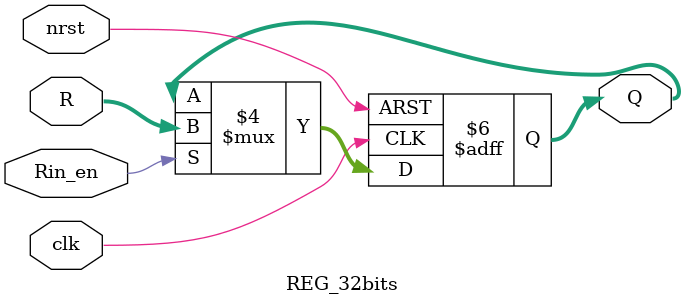
<source format=sv>
/*
==================================================================================================
		 ____            _____ _ _      
		|  _ \ ___  __ _|  ___(_) | ___ 
		| |_) / _ \/ _` | |_  | | |/ _ \
		|  _ <  __/ (_| |  _| | | |  __/
		|_| \_\___|\__, |_|   |_|_|\___|
					  |___/                
==================================================================================================
*/
module regfile 
(
	input i_clk, 
	input i_rst_n,
	input [4:0] i_rs1_addr, 
	input [4:0] i_rs2_addr, 
	input [4:0] i_rd_addr,		
	input [31:0] i_rd_data,								
	input i_rd_wren,	
	
	output [31:0] o_rs1_data,
	output [31:0] o_rs2_data		
);




	logic [31:0] 	R0,  R1,  R2,  R3,  R4,  R5,  R6,  R7,
						R8,  R9,  R10, R11, R12, R13, R14, R15,
						R16, R17, R18, R19, R20, R21, R22, R23,
						R24, R25, R26, R27, R28, R29, R30, R31;
	logic [31:1] WE;
	logic [31:0] decoder_output;

	// Select which REGISTER is taked value
	logic [31:0] REG1, REG2, REG_S;

	// Decode to know which REGISTER is selected
	DECODER_5_to_32 DECODER_5_to_32_REG1 (i_rs1_addr, REG1);
	DECODER_5_to_32 DECODER_5_to_32_REG2 (i_rs2_addr, REG2);

	DECODER_5_to_32 DECODER_5_to_32_REGD (i_rd_addr, decoder_output);
												
	// Register ARRAY 0 to 31
	// Specially, R0 == 0 <=> ZeroREG				 
	assign R0 = 32'b0;			
	assign REG_S = decoder_output & ~32'b1;  			// Always disable R0 selection

	assign WE[31:1] = REG_S[31:1] & {31{i_rd_wren}};		// Write enable for writen REGISTER
	
//									  R   			   Rin_en  		   i_clk  			i_nrst    			Q	
REG_32bits	REG_32bits_R1  (.R(i_rd_data), .Rin_en(WE[1]), .i_clk(i_clk), .i_nrst(i_rst_n), .Q(R1));
REG_32bits	REG_32bits_R2  (.R(i_rd_data), .Rin_en(WE[2]), .i_clk(i_clk), .i_nrst(i_rst_n), .Q(R2));
REG_32bits 	REG_32bits_R3  (.R(i_rd_data), .Rin_en(WE[3]), .i_clk(i_clk), .i_nrst(i_rst_n), .Q(R3));
REG_32bits 	REG_32bits_R4  (.R(i_rd_data), .Rin_en(WE[4]), .i_clk(i_clk), .i_nrst(i_rst_n), .Q(R4));
REG_32bits 	REG_32bits_R5  (.R(i_rd_data), .Rin_en(WE[5]), .i_clk(i_clk), .i_nrst(i_rst_n), .Q(R5));
REG_32bits 	REG_32bits_R6  (.R(i_rd_data), .Rin_en(WE[6]), .i_clk(i_clk), .i_nrst(i_rst_n), .Q(R6));
REG_32bits	REG_32bits_R7  (.R(i_rd_data), .Rin_en(WE[7]), .i_clk(i_clk), .i_nrst(i_rst_n), .Q(R7));
REG_32bits 	REG_32bits_R8  (.R(i_rd_data), .Rin_en(WE[8]), .i_clk(i_clk), .i_nrst(i_rst_n), .Q(R8));
REG_32bits 	REG_32bits_R9  (.R(i_rd_data), .Rin_en(WE[9]), .i_clk(i_clk), .i_nrst(i_rst_n), .Q(R9));
REG_32bits 	REG_32bits_R10 (.R(i_rd_data), .Rin_en(WE[10]),.i_clk(i_clk), .i_nrst(i_rst_n), .Q(R10));
REG_32bits 	REG_32bits_R11 (.R(i_rd_data), .Rin_en(WE[11]),.i_clk(i_clk), .i_nrst(i_rst_n), .Q(R11));
REG_32bits 	REG_32bits_R12 (.R(i_rd_data), .Rin_en(WE[12]),.i_clk(i_clk), .i_nrst(i_rst_n), .Q(R12));
REG_32bits 	REG_32bits_R13 (.R(i_rd_data), .Rin_en(WE[13]),.i_clk(i_clk), .i_nrst(i_rst_n), .Q(R13));
REG_32bits 	REG_32bits_R14 (.R(i_rd_data), .Rin_en(WE[14]),.i_clk(i_clk), .i_nrst(i_rst_n), .Q(R14));
REG_32bits 	REG_32bits_R15 (.R(i_rd_data), .Rin_en(WE[15]),.i_clk(i_clk), .i_nrst(i_rst_n), .Q(R15));
REG_32bits 	REG_32bits_R16 (.R(i_rd_data), .Rin_en(WE[16]),.i_clk(i_clk), .i_nrst(i_rst_n), .Q(R16));
REG_32bits 	REG_32bits_R17 (.R(i_rd_data), .Rin_en(WE[17]),.i_clk(i_clk), .i_nrst(i_rst_n), .Q(R17));
REG_32bits 	REG_32bits_R18 (.R(i_rd_data), .Rin_en(WE[18]),.i_clk(i_clk), .i_nrst(i_rst_n), .Q(R18));
REG_32bits 	REG_32bits_R19 (.R(i_rd_data), .Rin_en(WE[19]),.i_clk(i_clk), .i_nrst(i_rst_n), .Q(R19));
REG_32bits 	REG_32bits_R20 (.R(i_rd_data), .Rin_en(WE[20]),.i_clk(i_clk), .i_nrst(i_rst_n), .Q(R20));
REG_32bits 	REG_32bits_R21 (.R(i_rd_data), .Rin_en(WE[21]),.i_clk(i_clk), .i_nrst(i_rst_n), .Q(R21));
REG_32bits 	REG_32bits_R22 (.R(i_rd_data), .Rin_en(WE[22]),.i_clk(i_clk), .i_nrst(i_rst_n), .Q(R22));
REG_32bits 	REG_32bits_R23 (.R(i_rd_data), .Rin_en(WE[23]),.i_clk(i_clk), .i_nrst(i_rst_n), .Q(R23));
REG_32bits 	REG_32bits_R24 (.R(i_rd_data), .Rin_en(WE[24]),.i_clk(i_clk), .i_nrst(i_rst_n), .Q(R24));
REG_32bits 	REG_32bits_R25 (.R(i_rd_data), .Rin_en(WE[25]),.i_clk(i_clk), .i_nrst(i_rst_n), .Q(R25));
REG_32bits 	REG_32bits_R26 (.R(i_rd_data), .Rin_en(WE[26]),.i_clk(i_clk), .i_nrst(i_rst_n), .Q(R26));
REG_32bits 	REG_32bits_R27 (.R(i_rd_data), .Rin_en(WE[27]),.i_clk(i_clk), .i_nrst(i_rst_n), .Q(R27));
REG_32bits 	REG_32bits_R28 (.R(i_rd_data), .Rin_en(WE[28]),.i_clk(i_clk), .i_nrst(i_rst_n), .Q(R28));
REG_32bits 	REG_32bits_R29 (.R(i_rd_data), .Rin_en(WE[29]),.i_clk(i_clk), .i_nrst(i_rst_n), .Q(R29));
REG_32bits 	REG_32bits_R30 (.R(i_rd_data), .Rin_en(WE[30]),.i_clk(i_clk), .i_nrst(i_rst_n), .Q(R30));
REG_32bits 	REG_32bits_R31 (.R(i_rd_data), .Rin_en(WE[31]),.i_clk(i_clk), .i_nrst(i_rst_n), .Q(R31));



// Get data from selected REGISTER
MULT_32X1 MULT_32X1_REG1 (REG1, 	R0,  R1,  R2,  R3,  R4,  R5,  R6,  R7,
											R8,  R9,  R10, R11, R12, R13, R14, R15,
											R16, R17, R18, R19, R20, R21, R22, R23,
											R24, R25, R26, R27, R28, R29, R30, R31, o_rs1_data);
											
MULT_32X1 MULT_32X1_REG2 (REG2, 	R0,  R1,  R2,  R3,  R4,  R5,  R6,  R7,
											R8,  R9,  R10, R11, R12, R13, R14, R15,
											R16, R17, R18, R19, R20, R21, R22, R23,
											R24, R25, R26, R27, R28, R29, R30, R31, o_rs2_data);


endmodule 

//--------------------------------DECODER 5 to 32------------------------------------

module DECODER_5_to_32 (
    input  [4:0] A,  // 5-bit input
    output [31:0] Y  // 32-bit output
); 

    // Inverted signals
    wire A0_n, A1_n, A2_n, A3_n, A4_n;

    not (A0_n, A[0]);
    not (A1_n, A[1]);
    not (A2_n, A[2]);
    not (A3_n, A[3]);
    not (A4_n, A[4]);

    // Each output bit is a 5-input AND gate
    and (Y[0],  A4_n, A3_n, A2_n, A1_n, A0_n);
    and (Y[1],  A4_n, A3_n, A2_n, A1_n, A[0]);
    and (Y[2],  A4_n, A3_n, A2_n, A[1], A0_n);
    and (Y[3],  A4_n, A3_n, A2_n, A[1], A[0]);
    and (Y[4],  A4_n, A3_n, A[2], A1_n, A0_n);
    and (Y[5],  A4_n, A3_n, A[2], A1_n, A[0]);
    and (Y[6],  A4_n, A3_n, A[2], A[1], A0_n);
    and (Y[7],  A4_n, A3_n, A[2], A[1], A[0]);
    and (Y[8],  A4_n, A[3], A2_n, A1_n, A0_n);
    and (Y[9],  A4_n, A[3], A2_n, A1_n, A[0]);
    and (Y[10], A4_n, A[3], A2_n, A[1], A0_n);
    and (Y[11], A4_n, A[3], A2_n, A[1], A[0]);
    and (Y[12], A4_n, A[3], A[2], A1_n, A0_n);
    and (Y[13], A4_n, A[3], A[2], A1_n, A[0]);
    and (Y[14], A4_n, A[3], A[2], A[1], A0_n);
    and (Y[15], A4_n, A[3], A[2], A[1], A[0]);
    and (Y[16], A[4], A3_n, A2_n, A1_n, A0_n);
    and (Y[17], A[4], A3_n, A2_n, A1_n, A[0]);
    and (Y[18], A[4], A3_n, A2_n, A[1], A0_n);
    and (Y[19], A[4], A3_n, A2_n, A[1], A[0]);
    and (Y[20], A[4], A3_n, A[2], A1_n, A0_n);
    and (Y[21], A[4], A3_n, A[2], A1_n, A[0]);
    and (Y[22], A[4], A3_n, A[2], A[1], A0_n);
    and (Y[23], A[4], A3_n, A[2], A[1], A[0]);
    and (Y[24], A[4], A[3], A2_n, A1_n, A0_n);
    and (Y[25], A[4], A[3], A2_n, A1_n, A[0]);
    and (Y[26], A[4], A[3], A2_n, A[1], A0_n);
    and (Y[27], A[4], A[3], A2_n, A[1], A[0]);
    and (Y[28], A[4], A[3], A[2], A1_n, A0_n);
    and (Y[29], A[4], A[3], A[2], A1_n, A[0]);
    and (Y[30], A[4], A[3], A[2], A[1], A0_n);
    and (Y[31], A[4], A[3], A[2], A[1], A[0]);

endmodule  

//--------------------------------Multiplexer------------------------------------

module MULT_32X1 
(
input [31:0] sel,
input [31:0] R0,  R1,  R2,  R3,  R4,  R5,  R6,  R7,
             R8,  R9,  R10, R11, R12, R13, R14, R15,
             R16, R17, R18, R19, R20, R21, R22, R23,
             R24, R25, R26, R27, R28, R29, R30, R31,
output [31:0] bus		// Value of Register  	
);

// Declare masked wires
logic [31:0] masked_R0,  masked_R1,  masked_R2,  masked_R3;
logic [31:0] masked_R4,  masked_R5,  masked_R6,  masked_R7;
logic [31:0] masked_R8,  masked_R9,  masked_R10, masked_R11;
logic [31:0] masked_R12, masked_R13, masked_R14, masked_R15;
logic [31:0] masked_R16, masked_R17, masked_R18, masked_R19;
logic [31:0] masked_R20, masked_R21, masked_R22, masked_R23;
logic [31:0] masked_R24, masked_R25, masked_R26, masked_R27;
logic [31:0] masked_R28, masked_R29, masked_R30, masked_R31;



// Assign each masked register using logic gates
assign masked_R0  = {32{sel[0]}}  & R0;
assign masked_R1  = {32{sel[1]}}  & R1;
assign masked_R2  = {32{sel[2]}}  & R2;
assign masked_R3  = {32{sel[3]}}  & R3;
assign masked_R4  = {32{sel[4]}}  & R4;
assign masked_R5  = {32{sel[5]}}  & R5;
assign masked_R6  = {32{sel[6]}}  & R6;
assign masked_R7  = {32{sel[7]}}  & R7;
assign masked_R8  = {32{sel[8]}}  & R8;
assign masked_R9  = {32{sel[9]}}  & R9;
assign masked_R10 = {32{sel[10]}} & R10;
assign masked_R11 = {32{sel[11]}} & R11;
assign masked_R12 = {32{sel[12]}} & R12;
assign masked_R13 = {32{sel[13]}} & R13;
assign masked_R14 = {32{sel[14]}} & R14;
assign masked_R15 = {32{sel[15]}} & R15;
assign masked_R16 = {32{sel[16]}} & R16;
assign masked_R17 = {32{sel[17]}} & R17;
assign masked_R18 = {32{sel[18]}} & R18;
assign masked_R19 = {32{sel[19]}} & R19;
assign masked_R20 = {32{sel[20]}} & R20;
assign masked_R21 = {32{sel[21]}} & R21;
assign masked_R22 = {32{sel[22]}} & R22;
assign masked_R23 = {32{sel[23]}} & R23;
assign masked_R24 = {32{sel[24]}} & R24;
assign masked_R25 = {32{sel[25]}} & R25;
assign masked_R26 = {32{sel[26]}} & R26;
assign masked_R27 = {32{sel[27]}} & R27;
assign masked_R28 = {32{sel[28]}} & R28;
assign masked_R29 = {32{sel[29]}} & R29;
assign masked_R30 = {32{sel[30]}} & R30;
assign masked_R31 = {32{sel[31]}} & R31;



// OR all masked outputs together to get final bus
assign bus = masked_R0  | masked_R1  | masked_R2  | masked_R3  |
             masked_R4  | masked_R5  | masked_R6  | masked_R7  |
             masked_R8  | masked_R9  | masked_R10 | masked_R11 |
             masked_R12 | masked_R13 | masked_R14 | masked_R15 |
             masked_R16 | masked_R17 | masked_R18 | masked_R19 |
             masked_R20 | masked_R21 | masked_R22 | masked_R23 |
             masked_R24 | masked_R25 | masked_R26 | masked_R27 |
             masked_R28 | masked_R29 | masked_R30 | masked_R31;
endmodule

/*
==================================================================================================
		 ____              _________  ____  _ _       
		|  _ \ ___  __ _  |___ /___ \| __ )(_) |_ ___ 
		| |_) / _ \/ _` |   |_ \ __) |  _ \| | __/ __|
		|  _ <  __/ (_| |  ___) / __/| |_) | | |_\__ \
		|_| \_\___|\__, | |____/_____|____/|_|\__|___/
					  |___/                              				 
==================================================================================================
*/

module REG_32bits 
(
	input [31:0] R,					
	input Rin_en, clk, nrst,
	output reg [31:0] Q			
);

always @(negedge clk or negedge nrst) begin
	if (!nrst) begin							
			Q <= {32'b0};
		end
		else 
	if (Rin_en == 1'b1) begin						
			Q <= R;								
	end
end

endmodule









</source>
